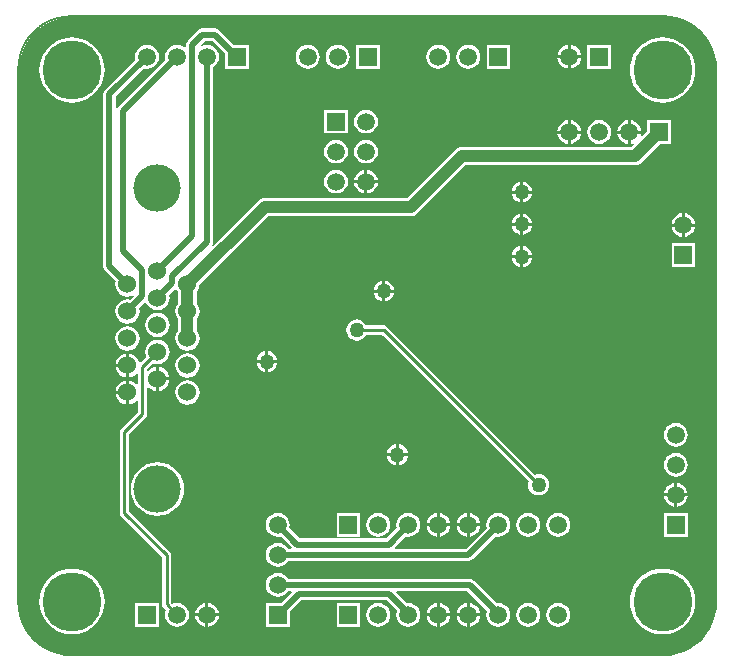
<source format=gbl>
%FSDAX24Y24*%
%MOIN*%
%SFA1B1*%

%IPPOS*%
%ADD21C,0.020000*%
%ADD22C,0.010000*%
%ADD23C,0.040000*%
%ADD24C,0.157500*%
%ADD25C,0.060000*%
%ADD26C,0.059100*%
%ADD27R,0.059100X0.059100*%
%ADD28R,0.059100X0.059100*%
%ADD29C,0.050000*%
%ADD30C,0.196900*%
%ADD34C,0.005000*%
%ADD54C,0.080000*%
%ADD55C,0.160000*%
%ADD56C,0.320000*%
%LNmetr4810_pcb_c_layout-1*%
%LPD*%
G54D34*
X019918Y019493D02*
X020148Y019447D01*
X020371Y019372*
X020581Y019268*
X020775Y019138*
X020952Y018984*
X021107Y018807*
X021237Y018612*
X021340Y018402*
X021416Y018180*
X021462Y017950*
X021477Y017721*
X021476Y017719*
X021475Y-000001*
X021476Y-000007*
X021462Y-000233*
X021416Y-000463*
X021340Y-000685*
X021237Y-000896*
X021107Y-001090*
X020952Y-001267*
X020775Y-001422*
X020581Y-001552*
X020371Y-001655*
X020148Y-001730*
X019918Y-001777*
X019692Y-001791*
X019686Y-001791*
X-000001*
X-000007Y-001791*
X-000233Y-001777*
X-000463Y-001730*
X-000685Y-001655*
X-000896Y-001552*
X-001090Y-001422*
X-001267Y-001267*
X-001422Y-001090*
X-001552Y-000896*
X-001655Y-000685*
X-001730Y-000463*
X-001777Y-000233*
X-001791Y-000007*
X-001791Y-000001*
Y017719*
X-001791Y017724*
X-001777Y017950*
X-001730Y018180*
X-001655Y018402*
X-001552Y018612*
X-001422Y018807*
X-001267Y018984*
X-001090Y019138*
X-000896Y019268*
X-000685Y019372*
X-000463Y019447*
X-000233Y019493*
X-000007Y019507*
X-000001Y019507*
X019686*
X019692Y019507*
X019918Y019493*
G54D22*
X019912Y019443D02*
X020135Y019399D01*
X020352Y019326*
X020556Y019225*
X020745Y019098*
X020916Y018948*
X021067Y018777*
X021193Y018587*
X021294Y018383*
X021368Y018167*
X021412Y017944*
X021426Y017725*
X021426Y017725*
X021425Y-000005*
X021426Y-000009*
X021412Y-000227*
X021368Y-000450*
X021294Y-000666*
X021193Y-000871*
X021067Y-001060*
X020916Y-001231*
X020745Y-001382*
X020556Y-001508*
X020352Y-001609*
X020135Y-001682*
X019912Y-001727*
X019694Y-001741*
X019690Y-001741*
X-000005*
X-000009Y-001741*
X-000227Y-001727*
X-000450Y-001682*
X-000666Y-001609*
X-000871Y-001508*
X-001060Y-001382*
X-001231Y-001231*
X-001382Y-001060*
X-001508Y-000871*
X-001609Y-000666*
X-001682Y-000450*
X-001727Y-000227*
X-001741Y-000009*
X-001741Y-000005*
Y017723*
X-001741Y017726*
X-001727Y017944*
X-001682Y018167*
X-001609Y018383*
X-001508Y018587*
X-001382Y018777*
X-001231Y018948*
X-001060Y019098*
X-000871Y019224*
X-000666Y019326*
X-000450Y019399*
X-000227Y019443*
X-000009Y019457*
X-000005Y019457*
X019690*
X019694Y019457*
X019912Y019443*
G54D21*
X019899Y019344D02*
X020109Y019302D01*
X020313Y019233*
X020505Y019138*
X020684Y019018*
X020846Y018877*
X020987Y018716*
X021107Y018537*
X021202Y018344*
X021271Y018141*
X021313Y017931*
X021326Y017724*
X021325Y-000012*
X021326Y-000013*
X021313Y-000214*
X021271Y-000424*
X021201Y-000627*
X021107Y-000821*
X020987Y-000999*
X020845Y-001160*
X020684Y-001302*
X020506Y-001422*
X020314Y-001516*
X020109Y-001585*
X019898Y-001628*
X019698Y-001641*
X019697Y-001641*
X-000012*
X-000013Y-001641*
X-000213Y-001628*
X-000424Y-001585*
X-000628Y-001516*
X-000821Y-001422*
X-000999Y-001302*
X-001160Y-001160*
X-001302Y-000999*
X-001422Y-000821*
X-001516Y-000628*
X-001585Y-000424*
X-001628Y-000213*
X-001641Y-000013*
X-001641Y-000012*
Y017731*
X-001641Y017731*
X-001628Y017930*
X-001585Y018141*
X-001516Y018345*
X-001422Y018537*
X-001302Y018716*
X-001161Y018877*
X-000999Y019018*
X-000821Y019138*
X-000627Y019233*
X-000424Y019302*
X-000214Y019344*
X-000013Y019357*
X-000012Y019357*
X019697*
X019698Y019357*
X019899Y019344*
G54D23*
X019873Y019145D02*
X020058Y019108D01*
X020237Y019048*
X020405Y018965*
X020562Y018859*
X020704Y018735*
X020828Y018594*
X020933Y018437*
X021016Y018267*
X021078Y018089*
X021114Y017905*
X021126Y017718*
X021125Y-000027*
X021125Y-000022*
X021114Y-000188*
X021078Y-000372*
X021016Y-000551*
X020933Y-000721*
X020828Y-000877*
X020704Y-001019*
X020562Y-001144*
X020405Y-001248*
X020237Y-001331*
X020057Y-001392*
X019872Y-001429*
X019705Y-001440*
X019710Y-001441*
X-000025*
X-000020Y-001440*
X-000187Y-001429*
X-000372Y-001392*
X-000551Y-001331*
X-000721Y-001248*
X-000877Y-001143*
X-001019Y-001019*
X-001143Y-000877*
X-001248Y-000721*
X-001331Y-000551*
X-001392Y-000372*
X-001429Y-000187*
X-001440Y-000020*
X-001441Y-000025*
Y017725*
X-001429Y017904*
X-001392Y018089*
X-001331Y018268*
X-001248Y018437*
X-001143Y018594*
X-001019Y018735*
X-000877Y018859*
X-000720Y018964*
X-000551Y019048*
X-000373Y019108*
X-000188Y019145*
X-000020Y019156*
X-000025Y019157*
X019710*
X019705Y019156*
X019873Y019145*
G54D54*
X019821Y018747D02*
X019955Y018721D01*
X020083Y018678*
X020204Y018618*
X020318Y018541*
X020421Y018451*
X020510Y018350*
X020586Y018237*
X020646Y018113*
X020690Y017985*
X020716Y017853*
X020726Y017705*
X020726Y005314*
X020967Y003709*
X020716Y-000136*
X020690Y-000268*
X020646Y-000397*
X020586Y-000520*
X020511Y-000632*
X020420Y-000735*
X020317Y-000826*
X020205Y-000901*
X020084Y-000960*
X019954Y-001004*
X019819Y-001032*
X015695Y-001301*
X013775Y-001041*
X005909*
X003989Y-001301*
X-000134Y-001032*
X-000268Y-001004*
X-000399Y-000960*
X-000520Y-000901*
X-000632Y-000826*
X-000735Y-000735*
X-000826Y-000632*
X-000901Y-000520*
X-000960Y-000399*
X-001004Y-000268*
X-001032Y-000134*
X-001301Y003989*
X-001041Y005909*
Y017712*
X-001031Y017851*
X-001004Y017985*
X-000961Y018115*
X-000901Y018237*
X-000825Y018350*
X-000736Y018451*
X-000633Y018541*
X-000519Y018617*
X-000397Y018678*
X-000270Y018721*
X-000136Y018747*
X003955Y019014*
X005838Y018757*
X013846*
X015727Y019014*
X019821Y018747*
G54D55*
X019717Y017952D02*
X019749Y017946D01*
X019776Y017937*
X019801Y017925*
X019831Y017905*
X019855Y017883*
X019874Y017862*
X019891Y017836*
X019906Y017806*
X019916Y017777*
X019921Y017749*
X019926Y017679*
X019926Y005254*
X020163Y003675*
X019921Y-000032*
X019916Y-000060*
X019906Y-000090*
X019891Y-000120*
X019875Y-000144*
X019853Y-000168*
X019829Y-000190*
X019803Y-000207*
X019779Y-000219*
X019746Y-000230*
X019714Y-000237*
X015723Y-000497*
X013829Y-000240*
X005855Y-000241*
X003961Y-000497*
X-000029Y-000237*
X-000060Y-000230*
X-000093Y-000219*
X-000120Y-000206*
X-000144Y-000190*
X-000168Y-000168*
X-000190Y-000144*
X-000206Y-000120*
X-000219Y-000093*
X-000230Y-000060*
X-000237Y-000029*
X-000497Y003961*
X-000240Y005855*
X-000241Y017687*
X-000237Y017746*
X-000230Y017777*
X-000220Y017809*
X-000206Y017836*
X-000189Y017862*
X-000170Y017884*
X-000146Y017905*
X-000117Y017924*
X-000090Y017937*
X-000063Y017946*
X-000032Y017952*
X003927Y018211*
X005783Y017957*
X013901*
X015756Y018211*
X019717Y017952*
G54D56*
X019509Y016363D02*
X019337Y016397D01*
X019162Y016456*
X018996Y016538*
X018856Y016632*
X018723Y016748*
X018601Y016887*
X018502Y017035*
X018426Y017190*
X018367Y017361*
X018332Y017542*
X018326Y017627*
X018326Y005134*
X018556Y003607*
X018332Y000175*
X018367Y000355*
X018425Y000523*
X018502Y000680*
X018604Y000832*
X018720Y000964*
X018852Y001080*
X019001Y001180*
X019167Y001262*
X019331Y001317*
X019503Y001352*
X015779Y001109*
X013936Y001359*
X005748Y001358*
X003905Y001109*
X000181Y001352*
X000355Y001317*
X000517Y001262*
X000681Y001182*
X000832Y001080*
X000964Y000964*
X001080Y000832*
X001182Y000681*
X001262Y000517*
X001317Y000355*
X001352Y000181*
X001109Y003905*
X001359Y005748*
X001359Y017635*
X001352Y017535*
X001317Y017361*
X001261Y017196*
X001182Y017035*
X001083Y016887*
X000961Y016748*
X000828Y016632*
X000685Y016536*
X000523Y016456*
X000349Y016397*
X000175Y016363*
X003870Y016604*
X005674Y016357*
X014010*
X015813Y016604*
X019509Y016363*
X001840Y001830D02*
X017830D01*
X001840Y005030D02*
X017830D01*
X001840Y008230D02*
X017830D01*
X001840Y011430D02*
X017830D01*
X001840Y014630D02*
X017830D01*
%LNmetr4810_pcb_c_layout-2*%
%LPC*%
G36*
X009500Y009403D02*
X009409Y009391D01*
X009323Y009356*
X009250Y009300*
X009194Y009227*
X009159Y009141*
X009147Y009050*
X009159Y008959*
X009194Y008873*
X009250Y008800*
X009323Y008744*
X009409Y008709*
X009500Y008697*
X009591Y008709*
X009677Y008744*
X009750Y008800*
X009806Y008873*
X009815Y008897*
X010339*
X015221Y004015*
X015211Y003991*
X015199Y003900*
X015211Y003809*
X015246Y003723*
X015302Y003650*
X015375Y003594*
X015460Y003559*
X015552Y003547*
X015643Y003559*
X015728Y003594*
X015801Y003650*
X015858Y003723*
X015893Y003809*
X015905Y003900*
X015893Y003991*
X015858Y004077*
X015801Y004150*
X015728Y004206*
X015643Y004241*
X015552Y004253*
X015460Y004241*
X015437Y004231*
X010510Y009158*
X010460Y009191*
X010402Y009203*
X009815*
X009806Y009227*
X009750Y009300*
X009677Y009356*
X009591Y009391*
X009500Y009403*
G37*
G36*
X020080Y003505D02*
X019738D01*
X019745Y003452*
X019785Y003356*
X019848Y003273*
X019931Y003210*
X020027Y003170*
X020080Y003163*
Y003505*
G37*
G36*
X020522D02*
X020180D01*
Y003163*
X020233Y003170*
X020329Y003210*
X020412Y003273*
X020475Y003356*
X020515Y003452*
X020522Y003505*
G37*
G36*
X020080Y003947D02*
X020027Y003940D01*
X019931Y003900*
X019848Y003837*
X019785Y003754*
X019745Y003658*
X019738Y003605*
X020080*
Y003947*
G37*
G36*
X010800Y004850D02*
X010504D01*
X010509Y004809*
X010544Y004723*
X010600Y004650*
X010673Y004594*
X010759Y004559*
X010800Y004554*
Y004850*
G37*
G36*
X020130Y004954D02*
X020027Y004940D01*
X019931Y004900*
X019848Y004837*
X019785Y004754*
X019745Y004658*
X019731Y004555*
X019745Y004452*
X019785Y004356*
X019848Y004273*
X019931Y004210*
X020027Y004170*
X020130Y004156*
X020233Y004170*
X020329Y004210*
X020412Y004273*
X020475Y004356*
X020515Y004452*
X020529Y004555*
X020515Y004658*
X020475Y004754*
X020412Y004837*
X020329Y004900*
X020233Y004940*
X020130Y004954*
G37*
G36*
X020180Y003947D02*
Y003605D01*
X020522*
X020515Y003658*
X020475Y003754*
X020412Y003837*
X020329Y003900*
X020233Y003940*
X020180Y003947*
G37*
G36*
X012165Y002947D02*
X012112Y002940D01*
X012016Y002900*
X011933Y002837*
X011870Y002754*
X011830Y002658*
X011823Y002605*
X012165*
Y002947*
G37*
G36*
X013607Y002505D02*
X013265D01*
Y002163*
X013319Y002170*
X013415Y002210*
X013497Y002273*
X013561Y002356*
X013600Y002452*
X013607Y002505*
G37*
G36*
X013165D02*
X012823D01*
X012830Y002452*
X012870Y002356*
X012933Y002273*
X013016Y002210*
X013112Y002170*
X013165Y002163*
Y002505*
G37*
G36*
X012265Y002947D02*
Y002605D01*
X012607*
X012600Y002658*
X012561Y002754*
X012497Y002837*
X012415Y002900*
X012319Y002940*
X012265Y002947*
G37*
G36*
X002850Y004638D02*
X002676Y004621D01*
X002509Y004570*
X002355Y004488*
X002219Y004377*
X002109Y004242*
X002026Y004088*
X001975Y003921*
X001958Y003747*
X001975Y003573*
X002026Y003405*
X002109Y003251*
X002219Y003116*
X002355Y003005*
X002509Y002923*
X002676Y002872*
X002850Y002855*
X003024Y002872*
X003191Y002923*
X003345Y003005*
X003481Y003116*
X003591Y003251*
X003674Y003405*
X003725Y003573*
X003742Y003747*
X003725Y003921*
X003674Y004088*
X003591Y004242*
X003481Y004377*
X003345Y004488*
X003191Y004570*
X003024Y004621*
X002850Y004638*
G37*
G36*
X013265Y002947D02*
Y002605D01*
X013607*
X013600Y002658*
X013561Y002754*
X013497Y002837*
X013415Y002900*
X013319Y002940*
X013265Y002947*
G37*
G36*
X013165D02*
X013112Y002940D01*
X013016Y002900*
X012933Y002837*
X012870Y002754*
X012830Y002658*
X012823Y002605*
X013165*
Y002947*
G37*
G36*
X002900Y007815D02*
Y007468D01*
X003247*
X003240Y007523*
X003199Y007620*
X003135Y007704*
X003052Y007768*
X002954Y007808*
X002900Y007815*
G37*
G36*
X003850Y008272D02*
X003746Y008258D01*
X003648Y008218*
X003565Y008154*
X003501Y008070*
X003460Y007973*
X003447Y007868*
X003460Y007764*
X003501Y007667*
X003565Y007583*
X003648Y007519*
X003746Y007479*
X003850Y007465*
X003954Y007479*
X004052Y007519*
X004135Y007583*
X004199Y007667*
X004240Y007764*
X004253Y007868*
X004240Y007973*
X004199Y008070*
X004135Y008154*
X004052Y008218*
X003954Y008258*
X003850Y008272*
G37*
G36*
X003247Y007368D02*
X002900D01*
Y007021*
X002954Y007029*
X003052Y007069*
X003135Y007133*
X003199Y007217*
X003240Y007314*
X003247Y007368*
G37*
G36*
X001800Y007818D02*
X001453D01*
X001460Y007764*
X001501Y007667*
X001565Y007583*
X001648Y007519*
X001746Y007479*
X001800Y007471*
Y007818*
G37*
G36*
Y008265D02*
X001746Y008258D01*
X001648Y008218*
X001565Y008154*
X001501Y008070*
X001460Y007973*
X001453Y007918*
X001800*
Y008265*
G37*
G36*
X006846Y007950D02*
X006550D01*
Y007654*
X006591Y007659*
X006677Y007694*
X006750Y007750*
X006806Y007823*
X006841Y007909*
X006846Y007950*
G37*
G36*
X006450D02*
X006154D01*
X006159Y007909*
X006194Y007823*
X006250Y007750*
X006323Y007694*
X006409Y007659*
X006450Y007654*
Y007950*
G37*
G36*
X010900Y005246D02*
Y004950D01*
X011196*
X011191Y004991*
X011156Y005077*
X011100Y005150*
X011027Y005206*
X010941Y005241*
X010900Y005246*
G37*
G36*
X010800D02*
X010759Y005241D01*
X010673Y005206*
X010600Y005150*
X010544Y005077*
X010509Y004991*
X010504Y004950*
X010800*
Y005246*
G37*
G36*
X011196Y004850D02*
X010900D01*
Y004554*
X010941Y004559*
X011027Y004594*
X011100Y004650*
X011156Y004723*
X011191Y004809*
X011196Y004850*
G37*
G36*
X020130Y005954D02*
X020027Y005940D01*
X019931Y005900*
X019848Y005837*
X019785Y005754*
X019745Y005658*
X019731Y005555*
X019745Y005452*
X019785Y005356*
X019848Y005273*
X019931Y005210*
X020027Y005170*
X020130Y005156*
X020233Y005170*
X020329Y005210*
X020412Y005273*
X020475Y005356*
X020515Y005452*
X020529Y005555*
X020515Y005658*
X020475Y005754*
X020412Y005837*
X020329Y005900*
X020233Y005940*
X020130Y005954*
G37*
G36*
X001800Y007365D02*
X001746Y007358D01*
X001648Y007318*
X001565Y007254*
X001501Y007170*
X001460Y007073*
X001453Y007018*
X001800*
Y007365*
G37*
G36*
Y006918D02*
X001453D01*
X001460Y006864*
X001501Y006767*
X001565Y006683*
X001648Y006619*
X001746Y006579*
X001800Y006571*
Y006918*
G37*
G36*
X003850Y007372D02*
X003746Y007358D01*
X003648Y007318*
X003565Y007254*
X003501Y007170*
X003460Y007073*
X003447Y006968*
X003460Y006864*
X003501Y006767*
X003565Y006683*
X003648Y006619*
X003746Y006579*
X003850Y006565*
X003954Y006579*
X004052Y006619*
X004135Y006683*
X004199Y006767*
X004240Y006864*
X004253Y006968*
X004240Y007073*
X004199Y007170*
X004135Y007254*
X004052Y007318*
X003954Y007358*
X003850Y007372*
G37*
G36*
X004892Y-000495D02*
X004550D01*
Y-000837*
X004603Y-000830*
X004699Y-000790*
X004782Y-000727*
X004845Y-000644*
X004885Y-000548*
X004892Y-000495*
G37*
G36*
X004450D02*
X004108D01*
X004115Y-000548*
X004155Y-000644*
X004218Y-000727*
X004301Y-000790*
X004397Y-000830*
X004450Y-000837*
Y-000495*
G37*
G36*
X009611Y-000050D02*
X008820D01*
Y-000840*
X009611*
Y-000050*
G37*
G36*
X012165Y-000495D02*
X011823D01*
X011830Y-000548*
X011870Y-000644*
X011933Y-000727*
X012016Y-000790*
X012112Y-000830*
X012165Y-000837*
Y-000495*
G37*
G36*
X013607D02*
X013265D01*
Y-000837*
X013319Y-000830*
X013415Y-000790*
X013497Y-000727*
X013561Y-000644*
X013600Y-000548*
X013607Y-000495*
G37*
G36*
X013165D02*
X012823D01*
X012830Y-000548*
X012870Y-000644*
X012933Y-000727*
X013016Y-000790*
X013112Y-000830*
X013165Y-000837*
Y-000495*
G37*
G36*
X012607D02*
X012265D01*
Y-000837*
X012319Y-000830*
X012415Y-000790*
X012497Y-000727*
X012561Y-000644*
X012600Y-000548*
X012607Y-000495*
G37*
G36*
X010215Y-000046D02*
X010112Y-000060D01*
X010016Y-000100*
X009933Y-000163*
X009870Y-000246*
X009830Y-000342*
X009817Y-000445*
X009830Y-000548*
X009870Y-000644*
X009933Y-000727*
X010016Y-000790*
X010112Y-000830*
X010215Y-000844*
X010319Y-000830*
X010415Y-000790*
X010497Y-000727*
X010561Y-000644*
X010600Y-000548*
X010614Y-000445*
X010600Y-000342*
X010561Y-000246*
X010497Y-000163*
X010415Y-000100*
X010319Y-000060*
X010215Y-000046*
G37*
G36*
X019685Y001088D02*
X019515Y001074D01*
X019349Y001034*
X019191Y000969*
X019046Y000880*
X018916Y000769*
X018805Y000639*
X018716Y000494*
X018651Y000336*
X018611Y000170*
X018597Y000000*
X018611Y-000170*
X018651Y-000336*
X018716Y-000494*
X018805Y-000639*
X018916Y-000769*
X019046Y-000880*
X019191Y-000969*
X019349Y-001034*
X019515Y-001074*
X019685Y-001088*
X019855Y-001074*
X020021Y-001034*
X020179Y-000969*
X020324Y-000880*
X020454Y-000769*
X020565Y-000639*
X020654Y-000494*
X020719Y-000336*
X020759Y-000170*
X020773Y000000*
X020759Y000170*
X020719Y000336*
X020654Y000494*
X020565Y000639*
X020454Y000769*
X020324Y000880*
X020179Y000969*
X020021Y001034*
X019855Y001074*
X019685Y001088*
G37*
G36*
X000000D02*
X-000170Y001074D01*
X-000336Y001034*
X-000494Y000969*
X-000639Y000880*
X-000769Y000769*
X-000880Y000639*
X-000969Y000494*
X-001034Y000336*
X-001074Y000170*
X-001088Y000000*
X-001074Y-000170*
X-001034Y-000336*
X-000969Y-000494*
X-000880Y-000639*
X-000769Y-000769*
X-000639Y-000880*
X-000494Y-000969*
X-000336Y-001034*
X-000170Y-001074*
X000000Y-001088*
X000170Y-001074*
X000336Y-001034*
X000494Y-000969*
X000639Y-000880*
X000769Y-000769*
X000880Y-000639*
X000969Y-000494*
X001034Y-000336*
X001074Y-000170*
X001088Y000000*
X001074Y000170*
X001034Y000336*
X000969Y000494*
X000880Y000639*
X000769Y000769*
X000639Y000880*
X000494Y000969*
X000336Y001034*
X000170Y001074*
X000000Y001088*
G37*
G36*
X006858Y000954D02*
X006754Y000940D01*
X006658Y000900*
X006576Y000837*
X006512Y000754*
X006473Y000658*
X006459Y000555*
X006473Y000452*
X006512Y000356*
X006576Y000273*
X006658Y000210*
X006754Y000170*
X006858Y000156*
X006961Y000170*
X007057Y000210*
X007140Y000273*
X007199Y000351*
X007300*
X007319Y000305*
X006965Y-000050*
X006462*
Y-000840*
X007253*
Y-000338*
X007637Y000046*
X010486*
X010843Y-000311*
X010830Y-000342*
X010817Y-000445*
X010830Y-000548*
X010870Y-000644*
X010933Y-000727*
X011016Y-000790*
X011112Y-000830*
X011215Y-000844*
X011319Y-000830*
X011415Y-000790*
X011497Y-000727*
X011561Y-000644*
X011600Y-000548*
X011614Y-000445*
X011600Y-000342*
X011561Y-000246*
X011497Y-000163*
X011415Y-000100*
X011319Y-000060*
X011215Y-000046*
X011162Y-000053*
X010804Y000305*
X010823Y000351*
X013181*
X013843Y-000311*
X013830Y-000342*
X013817Y-000445*
X013830Y-000548*
X013870Y-000644*
X013933Y-000727*
X014016Y-000790*
X014112Y-000830*
X014215Y-000844*
X014319Y-000830*
X014415Y-000790*
X014497Y-000727*
X014561Y-000644*
X014600Y-000548*
X014614Y-000445*
X014600Y-000342*
X014561Y-000246*
X014497Y-000163*
X014415Y-000100*
X014319Y-000060*
X014215Y-000046*
X014162Y-000053*
X013410Y000699*
X013343Y000744*
X013265Y000759*
X007199*
X007140Y000837*
X007057Y000900*
X006961Y000940*
X006858Y000954*
G37*
G36*
X002895Y-000050D02*
X002105D01*
Y-000840*
X002895*
Y-000050*
G37*
G36*
X016215Y-000046D02*
X016112Y-000060D01*
X016016Y-000100*
X015933Y-000163*
X015870Y-000246*
X015830Y-000342*
X015817Y-000445*
X015830Y-000548*
X015870Y-000644*
X015933Y-000727*
X016016Y-000790*
X016112Y-000830*
X016215Y-000844*
X016319Y-000830*
X016415Y-000790*
X016497Y-000727*
X016561Y-000644*
X016600Y-000548*
X016614Y-000445*
X016600Y-000342*
X016561Y-000246*
X016497Y-000163*
X016415Y-000100*
X016319Y-000060*
X016215Y-000046*
G37*
G36*
X015215D02*
X015112Y-000060D01*
X015016Y-000100*
X014933Y-000163*
X014870Y-000246*
X014830Y-000342*
X014817Y-000445*
X014830Y-000548*
X014870Y-000644*
X014933Y-000727*
X015016Y-000790*
X015112Y-000830*
X015215Y-000844*
X015319Y-000830*
X015415Y-000790*
X015497Y-000727*
X015561Y-000644*
X015600Y-000548*
X015614Y-000445*
X015600Y-000342*
X015561Y-000246*
X015497Y-000163*
X015415Y-000100*
X015319Y-000060*
X015215Y-000046*
G37*
G36*
X016215Y002954D02*
X016112Y002940D01*
X016016Y002900*
X015933Y002837*
X015870Y002754*
X015830Y002658*
X015817Y002555*
X015830Y002452*
X015870Y002356*
X015933Y002273*
X016016Y002210*
X016112Y002170*
X016215Y002156*
X016319Y002170*
X016415Y002210*
X016497Y002273*
X016561Y002356*
X016600Y002452*
X016614Y002555*
X016600Y002658*
X016561Y002754*
X016497Y002837*
X016415Y002900*
X016319Y002940*
X016215Y002954*
G37*
G36*
X015215D02*
X015112Y002940D01*
X015016Y002900*
X014933Y002837*
X014870Y002754*
X014830Y002658*
X014817Y002555*
X014830Y002452*
X014870Y002356*
X014933Y002273*
X015016Y002210*
X015112Y002170*
X015215Y002156*
X015319Y002170*
X015415Y002210*
X015497Y002273*
X015561Y002356*
X015600Y002452*
X015614Y002555*
X015600Y002658*
X015561Y002754*
X015497Y002837*
X015415Y002900*
X015319Y002940*
X015215Y002954*
G37*
G36*
X014215D02*
X014112Y002940D01*
X014016Y002900*
X013933Y002837*
X013870Y002754*
X013830Y002658*
X013817Y002555*
X013830Y002458*
X013131Y001759*
X010773*
X010754Y001805*
X011118Y002169*
X011215Y002156*
X011319Y002170*
X011415Y002210*
X011497Y002273*
X011561Y002356*
X011600Y002452*
X011614Y002555*
X011600Y002658*
X011561Y002754*
X011497Y002837*
X011415Y002900*
X011319Y002940*
X011215Y002954*
X011112Y002940*
X011016Y002900*
X010933Y002837*
X010870Y002754*
X010830Y002658*
X010817Y002555*
X010830Y002458*
X010476Y002104*
X007597*
X007244Y002458*
X007256Y002555*
X007243Y002658*
X007203Y002754*
X007140Y002837*
X007057Y002900*
X006961Y002940*
X006858Y002954*
X006754Y002940*
X006658Y002900*
X006576Y002837*
X006512Y002754*
X006473Y002658*
X006459Y002555*
X006473Y002452*
X006512Y002356*
X006576Y002273*
X006658Y002210*
X006754Y002170*
X006858Y002156*
X006955Y002169*
X007319Y001805*
X007300Y001759*
X007199*
X007140Y001837*
X007057Y001900*
X006961Y001940*
X006858Y001954*
X006754Y001940*
X006658Y001900*
X006576Y001837*
X006512Y001754*
X006473Y001658*
X006459Y001555*
X006473Y001452*
X006512Y001356*
X006576Y001273*
X006658Y001210*
X006754Y001170*
X006858Y001156*
X006961Y001170*
X007057Y001210*
X007140Y001273*
X007199Y001351*
X013215*
X013293Y001367*
X013360Y001411*
X014118Y002169*
X014215Y002156*
X014319Y002170*
X014415Y002210*
X014497Y002273*
X014561Y002356*
X014600Y002452*
X014614Y002555*
X014600Y002658*
X014561Y002754*
X014497Y002837*
X014415Y002900*
X014319Y002940*
X014215Y002954*
G37*
G36*
X009611Y002950D02*
X008820D01*
Y002160*
X009611*
Y002950*
G37*
G36*
X012607Y002505D02*
X012265D01*
Y002163*
X012319Y002170*
X012415Y002210*
X012497Y002273*
X012561Y002356*
X012600Y002452*
X012607Y002505*
G37*
G36*
X012165D02*
X011823D01*
X011830Y002452*
X011870Y002356*
X011933Y002273*
X012016Y002210*
X012112Y002170*
X012165Y002163*
Y002505*
G37*
G36*
X020525Y002950D02*
X019735D01*
Y002160*
X020525*
Y002950*
G37*
G36*
X012165Y-000053D02*
X012112Y-000060D01*
X012016Y-000100*
X011933Y-000163*
X011870Y-000246*
X011830Y-000342*
X011823Y-000395*
X012165*
Y-000053*
G37*
G36*
X004550D02*
Y-000395D01*
X004892*
X004885Y-000342*
X004845Y-000246*
X004782Y-000163*
X004699Y-000100*
X004603Y-000060*
X004550Y-000053*
G37*
G36*
X004450D02*
X004397Y-000060D01*
X004301Y-000100*
X004218Y-000163*
X004155Y-000246*
X004115Y-000342*
X004108Y-000395*
X004450*
Y-000053*
G37*
G36*
X012265D02*
Y-000395D01*
X012607*
X012600Y-000342*
X012561Y-000246*
X012497Y-000163*
X012415Y-000100*
X012319Y-000060*
X012265Y-000053*
G37*
G36*
X010215Y002954D02*
X010112Y002940D01*
X010016Y002900*
X009933Y002837*
X009870Y002754*
X009830Y002658*
X009817Y002555*
X009830Y002452*
X009870Y002356*
X009933Y002273*
X010016Y002210*
X010112Y002170*
X010215Y002156*
X010319Y002170*
X010415Y002210*
X010497Y002273*
X010561Y002356*
X010600Y002452*
X010614Y002555*
X010600Y002658*
X010561Y002754*
X010497Y002837*
X010415Y002900*
X010319Y002940*
X010215Y002954*
G37*
G36*
X013265Y-000053D02*
Y-000395D01*
X013607*
X013600Y-000342*
X013561Y-000246*
X013497Y-000163*
X013415Y-000100*
X013319Y-000060*
X013265Y-000053*
G37*
G36*
X013165D02*
X013112Y-000060D01*
X013016Y-000100*
X012933Y-000163*
X012870Y-000246*
X012830Y-000342*
X012823Y-000395*
X013165*
Y-000053*
G37*
G36*
X002850Y008722D02*
X002746Y008708D01*
X002648Y008668*
X002565Y008604*
X002501Y008520*
X002460Y008423*
X002447Y008318*
X002460Y008214*
X002481Y008165*
X002286Y007970*
X002233Y007988*
X002199Y008070*
X002135Y008154*
X002052Y008218*
X001954Y008258*
X001900Y008265*
Y007868*
Y007471*
X001954Y007479*
X002052Y007519*
X002135Y007583*
X002150Y007602*
X002197Y007586*
Y007251*
X002150Y007235*
X002135Y007254*
X002052Y007318*
X001954Y007358*
X001900Y007365*
Y006968*
Y006571*
X001954Y006579*
X002052Y006619*
X002135Y006683*
X002150Y006702*
X002197Y006686*
Y006313*
X001642Y005758*
X001609Y005709*
X001597Y005650*
Y002950*
X001609Y002891*
X001642Y002842*
X003000Y001484*
Y-000098*
X003012Y-000156*
X003045Y-000206*
X003134Y-000295*
X003115Y-000342*
X003101Y-000445*
X003115Y-000548*
X003155Y-000644*
X003218Y-000727*
X003301Y-000790*
X003397Y-000830*
X003500Y-000844*
X003603Y-000830*
X003699Y-000790*
X003782Y-000727*
X003845Y-000644*
X003885Y-000548*
X003899Y-000445*
X003885Y-000342*
X003845Y-000246*
X003782Y-000163*
X003699Y-000100*
X003603Y-000060*
X003500Y-000046*
X003397Y-000060*
X003350Y-000079*
X003306Y-000034*
Y001547*
X003294Y001606*
X003261Y001655*
X001903Y003013*
Y005587*
X002458Y006142*
X002491Y006191*
X002503Y006250*
Y007136*
X002550Y007152*
X002565Y007133*
X002648Y007069*
X002746Y007029*
X002800Y007021*
Y007418*
Y007815*
X002746Y007808*
X002648Y007768*
X002565Y007704*
X002550Y007685*
X002503Y007701*
Y007755*
X002697Y007949*
X002746Y007929*
X002850Y007915*
X002954Y007929*
X003052Y007969*
X003135Y008033*
X003199Y008117*
X003240Y008214*
X003253Y008318*
X003240Y008423*
X003199Y008520*
X003135Y008604*
X003052Y008668*
X002954Y008708*
X002850Y008722*
G37*
G36*
X009195Y016395D02*
X008405D01*
Y015605*
X009195*
Y016395*
G37*
G36*
X009800Y016399D02*
X009697Y016385D01*
X009601Y016345*
X009518Y016282*
X009455Y016199*
X009415Y016103*
X009401Y016000*
X009415Y015897*
X009455Y015801*
X009518Y015718*
X009601Y015655*
X009697Y015615*
X009800Y015601*
X009903Y015615*
X009999Y015655*
X010082Y015718*
X010145Y015801*
X010185Y015897*
X010199Y016000*
X010185Y016103*
X010145Y016199*
X010082Y016282*
X009999Y016345*
X009903Y016385*
X009800Y016399*
G37*
G36*
X016965Y015600D02*
X016623D01*
Y015258*
X016676Y015265*
X016772Y015305*
X016855Y015368*
X016918Y015451*
X016958Y015547*
X016965Y015600*
G37*
G36*
X018523Y016042D02*
X018470Y016035D01*
X018374Y015995*
X018291Y015932*
X018228Y015849*
X018188Y015753*
X018181Y015700*
X018523*
Y016042*
G37*
G36*
X016623D02*
Y015700D01*
X016965*
X016958Y015753*
X016918Y015849*
X016855Y015932*
X016772Y015995*
X016676Y016035*
X016623Y016042*
G37*
G36*
X018623D02*
Y015700D01*
X018965*
X018958Y015753*
X018918Y015849*
X018855Y015932*
X018772Y015995*
X018676Y016035*
X018623Y016042*
G37*
G36*
X016523D02*
X016470Y016035D01*
X016374Y015995*
X016291Y015932*
X016228Y015849*
X016188Y015753*
X016181Y015700*
X016523*
Y016042*
G37*
G36*
X008800Y015399D02*
X008697Y015385D01*
X008601Y015345*
X008518Y015282*
X008455Y015199*
X008415Y015103*
X008401Y015000*
X008415Y014897*
X008455Y014801*
X008518Y014718*
X008601Y014655*
X008697Y014615*
X008800Y014601*
X008903Y014615*
X008999Y014655*
X009082Y014718*
X009145Y014801*
X009185Y014897*
X009199Y015000*
X009185Y015103*
X009145Y015199*
X009082Y015282*
X008999Y015345*
X008903Y015385*
X008800Y015399*
G37*
G36*
X009850Y014392D02*
Y014050D01*
X010192*
X010185Y014103*
X010145Y014199*
X010082Y014282*
X009999Y014345*
X009903Y014385*
X009850Y014392*
G37*
G36*
X009750D02*
X009697Y014385D01*
X009601Y014345*
X009518Y014282*
X009455Y014199*
X009415Y014103*
X009408Y014050*
X009750*
Y014392*
G37*
G36*
X009800Y015399D02*
X009697Y015385D01*
X009601Y015345*
X009518Y015282*
X009455Y015199*
X009415Y015103*
X009401Y015000*
X009415Y014897*
X009455Y014801*
X009518Y014718*
X009601Y014655*
X009697Y014615*
X009800Y014601*
X009903Y014615*
X009999Y014655*
X010082Y014718*
X010145Y014801*
X010185Y014897*
X010199Y015000*
X010185Y015103*
X010145Y015199*
X010082Y015282*
X009999Y015345*
X009903Y015385*
X009800Y015399*
G37*
G36*
X018523Y015600D02*
X018181D01*
X018188Y015547*
X018228Y015451*
X018291Y015368*
X018374Y015305*
X018470Y015265*
X018523Y015258*
Y015600*
G37*
G36*
X016523D02*
X016181D01*
X016188Y015547*
X016228Y015451*
X016291Y015368*
X016374Y015305*
X016470Y015265*
X016523Y015258*
Y015600*
G37*
G36*
X017573Y016049D02*
X017470Y016035D01*
X017374Y015995*
X017291Y015932*
X017228Y015849*
X017188Y015753*
X017174Y015650*
X017188Y015547*
X017228Y015451*
X017291Y015368*
X017374Y015305*
X017470Y015265*
X017573Y015251*
X017676Y015265*
X017772Y015305*
X017855Y015368*
X017918Y015451*
X017958Y015547*
X017972Y015650*
X017958Y015753*
X017918Y015849*
X017855Y015932*
X017772Y015995*
X017676Y016035*
X017573Y016049*
G37*
G36*
X017968Y018557D02*
X017178D01*
Y017766*
X017968*
Y018557*
G37*
G36*
X014611D02*
X013820D01*
Y017766*
X014611*
Y018557*
G37*
G36*
X010253D02*
X009462D01*
Y017766*
X010253*
Y018557*
G37*
G36*
X016523Y018111D02*
X016181D01*
X016188Y018058*
X016228Y017962*
X016291Y017880*
X016374Y017816*
X016470Y017776*
X016523Y017769*
Y018111*
G37*
G36*
X016623Y018554D02*
Y018211D01*
X016965*
X016958Y018265*
X016918Y018361*
X016855Y018443*
X016772Y018507*
X016676Y018547*
X016623Y018554*
G37*
G36*
X016523D02*
X016470Y018547D01*
X016374Y018507*
X016291Y018443*
X016228Y018361*
X016188Y018265*
X016181Y018211*
X016523*
Y018554*
G37*
G36*
X016965Y018111D02*
X016623D01*
Y017769*
X016676Y017776*
X016772Y017816*
X016855Y017880*
X016918Y017962*
X016958Y018058*
X016965Y018111*
G37*
G36*
X007858Y018560D02*
X007754Y018547D01*
X007658Y018507*
X007576Y018443*
X007512Y018361*
X007473Y018265*
X007459Y018161*
X007473Y018058*
X007512Y017962*
X007576Y017880*
X007658Y017816*
X007754Y017776*
X007858Y017763*
X007961Y017776*
X008057Y017816*
X008140Y017880*
X008203Y017962*
X008243Y018058*
X008256Y018161*
X008243Y018265*
X008203Y018361*
X008140Y018443*
X008057Y018507*
X007961Y018547*
X007858Y018560*
G37*
G36*
X019685Y018804D02*
X019515Y018791D01*
X019349Y018751*
X019191Y018686*
X019046Y018596*
X018916Y018486*
X018805Y018356*
X018716Y018210*
X018651Y018053*
X018611Y017887*
X018597Y017717*
X018611Y017546*
X018651Y017380*
X018716Y017223*
X018805Y017077*
X018916Y016947*
X019046Y016837*
X019191Y016747*
X019349Y016682*
X019515Y016642*
X019685Y016629*
X019855Y016642*
X020021Y016682*
X020179Y016747*
X020324Y016837*
X020454Y016947*
X020565Y017077*
X020654Y017223*
X020719Y017380*
X020759Y017546*
X020773Y017717*
X020759Y017887*
X020719Y018053*
X020654Y018210*
X020565Y018356*
X020454Y018486*
X020324Y018596*
X020179Y018686*
X020021Y018751*
X019855Y018791*
X019685Y018804*
G37*
G36*
X000000D02*
X-000170Y018791D01*
X-000336Y018751*
X-000494Y018686*
X-000639Y018596*
X-000769Y018486*
X-000880Y018356*
X-000969Y018210*
X-001034Y018053*
X-001074Y017887*
X-001088Y017717*
X-001074Y017546*
X-001034Y017380*
X-000969Y017223*
X-000880Y017077*
X-000769Y016947*
X-000639Y016837*
X-000494Y016747*
X-000336Y016682*
X-000170Y016642*
X000000Y016629*
X000170Y016642*
X000336Y016682*
X000494Y016747*
X000639Y016837*
X000769Y016947*
X000880Y017077*
X000969Y017223*
X001034Y017380*
X001074Y017546*
X001088Y017717*
X001074Y017887*
X001034Y018053*
X000969Y018210*
X000880Y018356*
X000769Y018486*
X000639Y018596*
X000494Y018686*
X000336Y018751*
X000170Y018791*
X000000Y018804*
G37*
G36*
X008858Y018560D02*
X008754Y018547D01*
X008658Y018507*
X008576Y018443*
X008512Y018361*
X008473Y018265*
X008459Y018161*
X008473Y018058*
X008512Y017962*
X008576Y017880*
X008658Y017816*
X008754Y017776*
X008858Y017763*
X008961Y017776*
X009057Y017816*
X009140Y017880*
X009203Y017962*
X009243Y018058*
X009256Y018161*
X009243Y018265*
X009203Y018361*
X009140Y018443*
X009057Y018507*
X008961Y018547*
X008858Y018560*
G37*
G36*
X004761Y019104D02*
X004350D01*
X004272Y019088*
X004206Y019044*
X003856Y018694*
X003812Y018628*
X003796Y018550*
Y018495*
X003746Y018471*
X003699Y018507*
X003603Y018547*
X003500Y018560*
X003397Y018547*
X003301Y018507*
X003218Y018443*
X003155Y018361*
X003115Y018265*
X003101Y018161*
X003114Y018064*
X001556Y016506*
X001512Y016439*
X001504Y016401*
X001454Y016406*
Y016827*
X002403Y017776*
X002500Y017763*
X002603Y017776*
X002699Y017816*
X002782Y017880*
X002845Y017962*
X002885Y018058*
X002899Y018161*
X002885Y018265*
X002845Y018361*
X002782Y018443*
X002699Y018507*
X002603Y018547*
X002500Y018560*
X002397Y018547*
X002301Y018507*
X002218Y018443*
X002155Y018361*
X002115Y018265*
X002101Y018161*
X002114Y018064*
X001106Y017056*
X001062Y016989*
X001046Y016911*
Y011168*
X001062Y011090*
X001106Y011024*
X001460Y010670*
X001447Y010568*
X001460Y010464*
X001501Y010367*
X001565Y010283*
X001648Y010219*
X001746Y010179*
X001850Y010165*
X001954Y010179*
X002034Y010212*
X002063Y010169*
X001952Y010058*
X001850Y010072*
X001746Y010058*
X001648Y010018*
X001565Y009954*
X001501Y009870*
X001460Y009773*
X001447Y009668*
X001460Y009564*
X001501Y009467*
X001565Y009383*
X001648Y009319*
X001746Y009279*
X001850Y009265*
X001954Y009279*
X002052Y009319*
X002135Y009383*
X002199Y009467*
X002240Y009564*
X002253Y009668*
X002240Y009770*
X002435Y009965*
X002484Y009956*
X002501Y009917*
X002565Y009833*
X002648Y009769*
X002746Y009729*
X002850Y009715*
X002954Y009729*
X003052Y009769*
X003135Y009833*
X003199Y009917*
X003240Y010014*
X003253Y010118*
X003240Y010220*
X003435Y010415*
X003484Y010406*
X003501Y010367*
X003547Y010306*
Y009931*
X003501Y009870*
X003460Y009773*
X003447Y009668*
X003460Y009564*
X003501Y009467*
X003547Y009406*
Y009031*
X003501Y008970*
X003460Y008873*
X003447Y008768*
X003460Y008664*
X003501Y008567*
X003565Y008483*
X003648Y008419*
X003746Y008379*
X003850Y008365*
X003954Y008379*
X004052Y008419*
X004135Y008483*
X004199Y008567*
X004240Y008664*
X004253Y008768*
X004240Y008873*
X004199Y008970*
X004153Y009031*
Y009406*
X004199Y009467*
X004240Y009564*
X004253Y009668*
X004240Y009773*
X004199Y009870*
X004153Y009931*
Y010306*
X004199Y010367*
X004240Y010464*
X004250Y010540*
X006557Y012847*
X011300*
X011378Y012858*
X011451Y012888*
X011514Y012936*
X013125Y014547*
X018773*
X018851Y014558*
X018924Y014588*
X018987Y014636*
X019606Y015255*
X019968*
Y016045*
X019178*
Y015683*
X018991Y015496*
X018949Y015524*
X018958Y015547*
X018965Y015600*
X018623*
Y015258*
X018676Y015265*
X018699Y015274*
X018727Y015232*
X018648Y015153*
X013000*
X012922Y015142*
X012849Y015112*
X012786Y015064*
X011175Y013453*
X006432*
X006353Y013442*
X006280Y013412*
X006218Y013364*
X004694Y011840*
X004655Y011872*
X004688Y011922*
X004704Y012000*
Y017820*
X004782Y017880*
X004845Y017962*
X004885Y018058*
X004899Y018161*
X004885Y018265*
X004845Y018361*
X004782Y018443*
X004699Y018507*
X004603Y018547*
X004500Y018560*
X004397Y018547*
X004326Y018517*
X004298Y018560*
X004434Y018696*
X004677*
X005105Y018268*
Y017766*
X005895*
Y018557*
X005393*
X004906Y019044*
X004839Y019088*
X004761Y019104*
G37*
G36*
X013215Y018560D02*
X013112Y018547D01*
X013016Y018507*
X012933Y018443*
X012870Y018361*
X012830Y018265*
X012817Y018161*
X012830Y018058*
X012870Y017962*
X012933Y017880*
X013016Y017816*
X013112Y017776*
X013215Y017763*
X013319Y017776*
X013415Y017816*
X013497Y017880*
X013561Y017962*
X013600Y018058*
X013614Y018161*
X013600Y018265*
X013561Y018361*
X013497Y018443*
X013415Y018507*
X013319Y018547*
X013215Y018560*
G37*
G36*
X012215D02*
X012112Y018547D01*
X012016Y018507*
X011933Y018443*
X011870Y018361*
X011830Y018265*
X011817Y018161*
X011830Y018058*
X011870Y017962*
X011933Y017880*
X012016Y017816*
X012112Y017776*
X012215Y017763*
X012319Y017776*
X012415Y017816*
X012497Y017880*
X012561Y017962*
X012600Y018058*
X012614Y018161*
X012600Y018265*
X012561Y018361*
X012497Y018443*
X012415Y018507*
X012319Y018547*
X012215Y018560*
G37*
G36*
X015346Y011450D02*
X015050D01*
Y011154*
X015091Y011159*
X015177Y011194*
X015250Y011250*
X015306Y011323*
X015341Y011409*
X015346Y011450*
G37*
G36*
X014950D02*
X014654D01*
X014659Y011409*
X014694Y011323*
X014750Y011250*
X014823Y011194*
X014909Y011159*
X014950Y011154*
Y011450*
G37*
G36*
X010450Y010696D02*
Y010400D01*
X010746*
X010741Y010441*
X010706Y010527*
X010650Y010600*
X010577Y010656*
X010491Y010691*
X010450Y010696*
G37*
G36*
X020775Y011945D02*
X019985D01*
Y011155*
X020775*
Y011945*
G37*
G36*
X020772Y012500D02*
X020430D01*
Y012158*
X020483Y012165*
X020579Y012205*
X020662Y012268*
X020725Y012351*
X020765Y012447*
X020772Y012500*
G37*
G36*
X015050Y011846D02*
Y011550D01*
X015346*
X015341Y011591*
X015306Y011677*
X015250Y011750*
X015177Y011806*
X015091Y011841*
X015050Y011846*
G37*
G36*
X014950D02*
X014909Y011841D01*
X014823Y011806*
X014750Y011750*
X014694Y011677*
X014659Y011591*
X014654Y011550*
X014950*
Y011846*
G37*
G36*
X001850Y009172D02*
X001746Y009158D01*
X001648Y009118*
X001565Y009054*
X001501Y008970*
X001460Y008873*
X001447Y008768*
X001460Y008664*
X001501Y008567*
X001565Y008483*
X001648Y008419*
X001746Y008379*
X001850Y008365*
X001954Y008379*
X002052Y008419*
X002135Y008483*
X002199Y008567*
X002240Y008664*
X002253Y008768*
X002240Y008873*
X002199Y008970*
X002135Y009054*
X002052Y009118*
X001954Y009158*
X001850Y009172*
G37*
G36*
X006550Y008346D02*
Y008050D01*
X006846*
X006841Y008091*
X006806Y008177*
X006750Y008250*
X006677Y008306*
X006591Y008341*
X006550Y008346*
G37*
G36*
X006450D02*
X006409Y008341D01*
X006323Y008306*
X006250Y008250*
X006194Y008177*
X006159Y008091*
X006154Y008050*
X006450*
Y008346*
G37*
G36*
X002850Y009622D02*
X002746Y009608D01*
X002648Y009568*
X002565Y009504*
X002501Y009420*
X002460Y009323*
X002447Y009218*
X002460Y009114*
X002501Y009017*
X002565Y008933*
X002648Y008869*
X002746Y008829*
X002850Y008815*
X002954Y008829*
X003052Y008869*
X003135Y008933*
X003199Y009017*
X003240Y009114*
X003253Y009218*
X003240Y009323*
X003199Y009420*
X003135Y009504*
X003052Y009568*
X002954Y009608*
X002850Y009622*
G37*
G36*
X010350Y010696D02*
X010309Y010691D01*
X010223Y010656*
X010150Y010600*
X010094Y010527*
X010059Y010441*
X010054Y010400*
X010350*
Y010696*
G37*
G36*
X010746Y010300D02*
X010450D01*
Y010004*
X010491Y010009*
X010577Y010044*
X010650Y010100*
X010706Y010173*
X010741Y010259*
X010746Y010300*
G37*
G36*
X010350D02*
X010054D01*
X010059Y010259*
X010094Y010173*
X010150Y010100*
X010223Y010044*
X010309Y010009*
X010350Y010004*
Y010300*
G37*
G36*
X008800Y014399D02*
X008697Y014385D01*
X008601Y014345*
X008518Y014282*
X008455Y014199*
X008415Y014103*
X008401Y014000*
X008415Y013897*
X008455Y013801*
X008518Y013718*
X008601Y013655*
X008697Y013615*
X008800Y013601*
X008903Y013615*
X008999Y013655*
X009082Y013718*
X009145Y013801*
X009185Y013897*
X009199Y014000*
X009185Y014103*
X009145Y014199*
X009082Y014282*
X008999Y014345*
X008903Y014385*
X008800Y014399*
G37*
G36*
X015346Y013600D02*
X015050D01*
Y013304*
X015091Y013309*
X015177Y013344*
X015250Y013400*
X015306Y013473*
X015341Y013559*
X015346Y013600*
G37*
G36*
X014950D02*
X014654D01*
X014659Y013559*
X014694Y013473*
X014750Y013400*
X014823Y013344*
X014909Y013309*
X014950Y013304*
Y013600*
G37*
G36*
X009750Y013950D02*
X009408D01*
X009415Y013897*
X009455Y013801*
X009518Y013718*
X009601Y013655*
X009697Y013615*
X009750Y013608*
Y013950*
G37*
G36*
X015050Y013996D02*
Y013700D01*
X015346*
X015341Y013741*
X015306Y013827*
X015250Y013900*
X015177Y013956*
X015091Y013991*
X015050Y013996*
G37*
G36*
X014950D02*
X014909Y013991D01*
X014823Y013956*
X014750Y013900*
X014694Y013827*
X014659Y013741*
X014654Y013700*
X014950*
Y013996*
G37*
G36*
X010192Y013950D02*
X009850D01*
Y013608*
X009903Y013615*
X009999Y013655*
X010082Y013718*
X010145Y013801*
X010185Y013897*
X010192Y013950*
G37*
G36*
X015346Y012525D02*
X015050D01*
Y012229*
X015091Y012234*
X015177Y012269*
X015250Y012325*
X015306Y012398*
X015341Y012484*
X015346Y012525*
G37*
G36*
X014950D02*
X014654D01*
X014659Y012484*
X014694Y012398*
X014750Y012325*
X014823Y012269*
X014909Y012234*
X014950Y012229*
Y012525*
G37*
G36*
X020330Y012500D02*
X019988D01*
X019995Y012447*
X020035Y012351*
X020098Y012268*
X020181Y012205*
X020277Y012165*
X020330Y012158*
Y012500*
G37*
G36*
Y012942D02*
X020277Y012935D01*
X020181Y012895*
X020098Y012832*
X020035Y012749*
X019995Y012653*
X019988Y012600*
X020330*
Y012942*
G37*
G36*
X015050Y012921D02*
Y012625D01*
X015346*
X015341Y012666*
X015306Y012752*
X015250Y012825*
X015177Y012881*
X015091Y012916*
X015050Y012921*
G37*
G36*
X014950D02*
X014909Y012916D01*
X014823Y012881*
X014750Y012825*
X014694Y012752*
X014659Y012666*
X014654Y012625*
X014950*
Y012921*
G37*
G36*
X020430Y012942D02*
Y012600D01*
X020772*
X020765Y012653*
X020725Y012749*
X020662Y012832*
X020579Y012895*
X020483Y012935*
X020430Y012942*
G37*
%LNmetr4810_pcb_c_layout-3*%
%LPD*%
G54D21*
X013265Y000555D02*
X014265Y-000445D01*
X010570Y000250D02*
X011265Y-000445D01*
X004000Y012168D02*
Y018550D01*
X002850Y011018D02*
X004000Y012168D01*
X004500Y012000D02*
Y018161D01*
X003350Y010850D02*
X004500Y012000D01*
X003350Y010618D02*
Y010850D01*
X004000Y018550D02*
X004350Y018900D01*
X004761*
X005500Y018161*
X002850Y010118D02*
X003350Y010618D01*
X001850Y009668D02*
X002350Y010168D01*
Y011050*
X001700Y011700D02*
X002350Y011050D01*
X001700Y011700D02*
Y016361D01*
X003500Y018161*
X001250Y016911D02*
X002500Y018161D01*
X001250Y011168D02*
Y016911D01*
Y011168D02*
X001850Y010568D01*
X006858Y002555D02*
X007513Y001900D01*
X010560*
X011215Y002555*
X006858Y001555D02*
X013215D01*
X014215Y002555*
X006858Y-000445D02*
X007553Y000250D01*
X006858Y000555D02*
X013265D01*
X007553Y000250D02*
X010570D01*
G54D22*
X002350Y007818D02*
X002850Y008318D01*
X002350Y006250D02*
Y007818D01*
X001750Y005650D02*
X002350Y006250D01*
X001750Y002950D02*
Y005650D01*
Y002950D02*
X003153Y001547D01*
Y-000098D02*
Y001547D01*
X010402Y009050D02*
X015552Y003900D01*
X009500Y009050D02*
X010402D01*
X003153Y-000098D02*
X003500Y-000445D01*
G54D23*
X003850Y009668D02*
Y010568D01*
Y008768D02*
Y009668D01*
Y010568D02*
X006432Y013150D01*
X011300*
X013000Y014850*
X018773*
X019573Y015650*
G54D24*
X002850Y013790D03*
Y003747D03*
G54D25*
X003850Y010568D03*
Y008768D03*
Y009668D03*
Y007868D03*
Y006968D03*
X002850Y007418D03*
Y008318D03*
Y010118D03*
Y009218D03*
Y011018D03*
X001850Y006968D03*
Y007868D03*
Y009668D03*
Y008768D03*
Y010568D03*
G54D26*
X016573Y015650D03*
X017573D03*
X018573D03*
X020380Y012550D03*
X020130Y003555D03*
Y004555D03*
Y005555D03*
X004500Y-000445D03*
X003500D03*
X016215D03*
X015215D03*
X014215D03*
X013215D03*
X012215D03*
X011215D03*
X010215D03*
X016215Y002555D03*
X015215D03*
X014215D03*
X013215D03*
X012215D03*
X011215D03*
X010215D03*
X016573Y018161D03*
X006858Y000555D03*
Y001555D03*
Y002555D03*
X007858Y018161D03*
X008858D03*
X012215D03*
X013215D03*
X004500D03*
X003500D03*
X002500D03*
X009800Y014000D03*
X008800D03*
X009800Y015000D03*
X008800D03*
X009800Y016000D03*
G54D27*
X019573Y015650D03*
X002500Y-000445D03*
X009215D03*
Y002555D03*
X017573Y018161D03*
X009858D03*
X014215D03*
X005500D03*
G54D28*
X020380Y011550D03*
X020130Y002555D03*
X006858Y-000445D03*
X008800Y016000D03*
G54D29*
X015000Y011500D03*
Y013650D03*
Y012575D03*
X006500Y008000D03*
X009500Y009050D03*
X015552Y003900D03*
X010850Y004900D03*
X010400Y010350D03*
G54D30*
X000000Y000000D03*
Y017717D03*
X019685Y000000D03*
Y017717D03*
M02*
</source>
